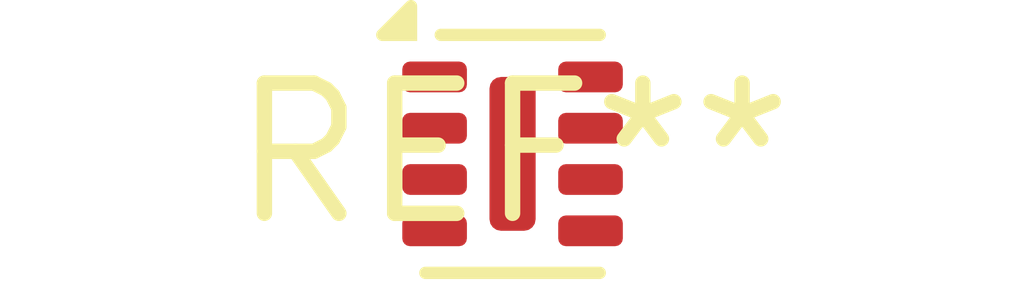
<source format=kicad_pcb>
(kicad_pcb (version 20240108) (generator pcbnew)
  (layers (0 "F.Cu" signal) (31 "B.Cu" signal) (34 "B.Paste" user) (35 "F.Paste" user) (36 "B.SilkS" user "B.Silkscreen") (37 "F.SilkS" user "F.Silkscreen") (38 "B.Mask" user) (39 "F.Mask" user) (44 "Edge.Cuts" user))
  (net 0 "")
  (footprint "SOT-383F" (layer "F.Cu") (at 0 0)
    (property "Reference" "REF**")
    (property "Value" "SOT-383F")
    (fp_line (start -0.85 1.16) (end 0.85 1.16) (layer "F.SilkS") (stroke (width 0.12)))
    (fp_line (start 0.85 -1.16) (end -0.7 -1.16) (layer "F.SilkS") (stroke (width 0.12)))
    (fp_poly (pts (xy -0.99 -1.16) (xy -1.27 -1.16) (xy -0.99 -1.44) (xy -0.99 -1.16)) (layer "F.SilkS") (stroke (width 0.12)) (fill solid))
    (pad "1" smd roundrect (at -0.76 -0.75) (size 0.63 0.3) (layers "F.Cu" "F.Paste" "F.Mask"))
    (pad "2" smd roundrect (at -0.76 -0.25) (size 0.63 0.3) (layers "F.Cu" "F.Paste" "F.Mask"))
    (pad "3" smd roundrect (at -0.76 0.25) (size 0.63 0.3) (layers "F.Cu" "F.Paste" "F.Mask"))
    (pad "4" smd roundrect (at -0.76 0.75) (size 0.63 0.3) (layers "F.Cu" "F.Paste" "F.Mask"))
    (pad "5" smd roundrect (at 0.76 0.75) (size 0.63 0.3) (layers "F.Cu" "F.Paste" "F.Mask"))
    (pad "6" smd roundrect (at 0.76 0.25) (size 0.63 0.3) (layers "F.Cu" "F.Paste" "F.Mask"))
    (pad "7" smd roundrect (at 0.76 -0.25) (size 0.63 0.3) (layers "F.Cu" "F.Paste" "F.Mask"))
    (pad "8" smd roundrect (at 0.76 -0.75) (size 0.63 0.3) (layers "F.Cu" "F.Paste" "F.Mask"))
    (pad "9" smd roundrect (at 0 0) (size 0.45 1.5) (layers "F.Cu" "F.Paste" "F.Mask"))
  )
)
</source>
